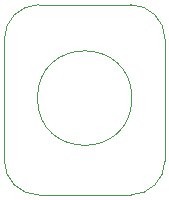
<source format=gbr>
%TF.GenerationSoftware,KiCad,Pcbnew,(5.1.8)-1*%
%TF.CreationDate,2021-07-10T07:53:16+08:00*%
%TF.ProjectId,NixieTubeJackBoard,4e697869-6554-4756-9265-4a61636b426f,rev?*%
%TF.SameCoordinates,Original*%
%TF.FileFunction,Profile,NP*%
%FSLAX46Y46*%
G04 Gerber Fmt 4.6, Leading zero omitted, Abs format (unit mm)*
G04 Created by KiCad (PCBNEW (5.1.8)-1) date 2021-07-10 07:53:16*
%MOMM*%
%LPD*%
G01*
G04 APERTURE LIST*
%TA.AperFunction,Profile*%
%ADD10C,0.050000*%
%TD*%
G04 APERTURE END LIST*
D10*
X106800000Y-105300000D02*
G75*
G02*
X103900000Y-108200000I-2900000J0D01*
G01*
X96100000Y-108200000D02*
G75*
G02*
X93200000Y-105300000I0J2900000D01*
G01*
X103900000Y-92100000D02*
G75*
G02*
X106800000Y-95000000I0J-2900000D01*
G01*
X93200000Y-95000000D02*
G75*
G02*
X96100000Y-92100000I2900000J0D01*
G01*
X104000000Y-100000000D02*
G75*
G03*
X104000000Y-100000000I-4000000J0D01*
G01*
X103900000Y-108200000D02*
X96100000Y-108200000D01*
X106800000Y-95000000D02*
X106800000Y-105300000D01*
X96100000Y-92100000D02*
X103900000Y-92100000D01*
X93200000Y-105300000D02*
X93200000Y-95000000D01*
M02*

</source>
